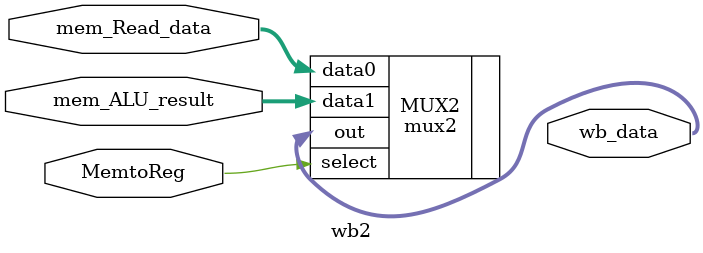
<source format=v>
`include "./util/mux2.v"

module wb2 (
    mem_Read_data,
	mem_ALU_result,
	MemtoReg,
	wb_data
);
    input wire MemtoReg;
    input wire [31:0] mem_ALU_result,mem_Read_data;	
	output wire [31:0] wb_data;

    mux2 MUX2(.data0(mem_Read_data),.data1(mem_ALU_result),.select(MemtoReg),.out(wb_data));
endmodule
</source>
